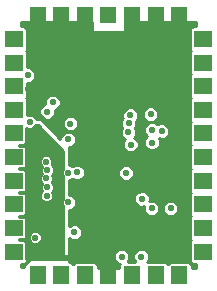
<source format=gbr>
%FSLAX46Y46*%
G04 Gerber Fmt 4.6, Leading zero omitted, Abs format (unit mm)*
G04 Created by KiCad (PCBNEW (2014-jul-16 BZR unknown)-product) date Wed 11 Feb 2015 12:50:59 PM CET*
%MOMM*%
G01*
G04 APERTURE LIST*
%ADD10C,0.150000*%
%ADD11R,1.500000X1.400000*%
%ADD12R,1.400000X1.500000*%
%ADD13R,1.400000X1.400000*%
%ADD14C,0.558800*%
%ADD15C,0.876300*%
%ADD16C,0.254000*%
%ADD17C,0.508000*%
%ADD18C,0.203200*%
%ADD19C,0.228600*%
G04 APERTURE END LIST*
D10*
D11*
X156184600Y-103777400D03*
X156184600Y-105777400D03*
X156184600Y-107777400D03*
X156184600Y-109777400D03*
X156184600Y-111777400D03*
X156184600Y-113777400D03*
X156184600Y-115777400D03*
X156184600Y-117777400D03*
X156184600Y-119777400D03*
X156184600Y-121777400D03*
X172180000Y-103781400D03*
X172180000Y-105781400D03*
X172180000Y-107781400D03*
X172180000Y-109781400D03*
X172180000Y-111781400D03*
X172180000Y-113781400D03*
X172180000Y-115781400D03*
X172180000Y-117781400D03*
X172180000Y-119781400D03*
X172180000Y-121781400D03*
D12*
X158181400Y-123780000D03*
X160181400Y-123780000D03*
X162181400Y-123780000D03*
X164181400Y-123780000D03*
X166181400Y-123780000D03*
X168181400Y-123780000D03*
X170181400Y-123780000D03*
D13*
X158181400Y-101780000D03*
X160181400Y-101780000D03*
X162181400Y-101780000D03*
X164181400Y-101780000D03*
X166181400Y-101780000D03*
X168181400Y-101780000D03*
X170181400Y-101780000D03*
D14*
X160770000Y-112280000D03*
X165300000Y-122220000D03*
X167000000Y-117310000D03*
X165670000Y-115120000D03*
X158950000Y-117070000D03*
X159010000Y-116340000D03*
X158910000Y-115590000D03*
X159000000Y-114880000D03*
X158890000Y-114180000D03*
X159000000Y-109940000D03*
X166020000Y-110230000D03*
X167750000Y-110150000D03*
X159470000Y-109150000D03*
X165880000Y-110920000D03*
X165870000Y-111680000D03*
X157340000Y-106840000D03*
X167870000Y-111480000D03*
X166070000Y-112720000D03*
X167860000Y-112560000D03*
X160950000Y-110950000D03*
D15*
X163620000Y-121460000D03*
D14*
X163210000Y-119050000D03*
X157860000Y-122320000D03*
X159140000Y-108440000D03*
X157380000Y-107980000D03*
X158170000Y-117150000D03*
X157360000Y-119660000D03*
X166150000Y-122510000D03*
X156920000Y-102530000D03*
X171440000Y-102500000D03*
X170900000Y-120790000D03*
X171430000Y-123050000D03*
X156940000Y-123040000D03*
X157400000Y-112390000D03*
D15*
X158950000Y-105738100D03*
X160430000Y-105740700D03*
D14*
X169260000Y-107040000D03*
X169470000Y-108580000D03*
D15*
X167040000Y-104890000D03*
D14*
X169360000Y-105340000D03*
X166230000Y-119619300D03*
X167830000Y-119619300D03*
X169440000Y-119619300D03*
X168740000Y-114890000D03*
X169530000Y-111460000D03*
X165540000Y-105760000D03*
X166380000Y-106460000D03*
X165550000Y-106450000D03*
X166380000Y-105790000D03*
D15*
X163890000Y-106450240D03*
D14*
X161400000Y-106430000D03*
X162280000Y-106440000D03*
X161931720Y-112470000D03*
X163410000Y-112470000D03*
X164888280Y-112470000D03*
X164888280Y-113948280D03*
X163410000Y-113948280D03*
X161931720Y-113948280D03*
X163410000Y-110991720D03*
X164888280Y-110991720D03*
X162110000Y-111140000D03*
D15*
X170180000Y-103770000D03*
X168180000Y-103760000D03*
X166180000Y-103770000D03*
X158180000Y-103770000D03*
X160180000Y-103770000D03*
X162190000Y-103770000D03*
X164820000Y-104900000D03*
X169240000Y-121860000D03*
D14*
X159150000Y-112370000D03*
X157500000Y-110850000D03*
X157970000Y-120610000D03*
X166950000Y-122210000D03*
X167830000Y-118120700D03*
X169440000Y-118120700D03*
X168670700Y-111580000D03*
X160760000Y-115090000D03*
X160770000Y-117610000D03*
X161520000Y-115080000D03*
X161280000Y-120140000D03*
D16*
X163640000Y-122310000D02*
X163640000Y-121480000D01*
X163640000Y-121480000D02*
X163620000Y-121460000D01*
X164181400Y-122771400D02*
X163720000Y-122310000D01*
X163720000Y-122310000D02*
X163640000Y-122310000D01*
X164181400Y-123780000D02*
X164181400Y-122771400D01*
D17*
X157860000Y-122320000D02*
X162760000Y-122320000D01*
D16*
X163620000Y-121460000D02*
X163620000Y-121220000D01*
X163210000Y-120810000D02*
X163210000Y-119050000D01*
X163620000Y-121220000D02*
X163210000Y-120810000D01*
D17*
X162760000Y-122320000D02*
X163620000Y-121460000D01*
D16*
X158950000Y-107550000D02*
X158950000Y-108250000D01*
X158950000Y-108250000D02*
X159140000Y-108440000D01*
D18*
X158950000Y-105738100D02*
X158950000Y-107550000D01*
X158950000Y-107550000D02*
X158950000Y-107700000D01*
X158670000Y-107980000D02*
X157380000Y-107980000D01*
X158950000Y-107700000D02*
X158670000Y-107980000D01*
D16*
X158170000Y-117150000D02*
X158170000Y-119190000D01*
X157700000Y-119660000D02*
X157360000Y-119660000D01*
X158170000Y-119190000D02*
X157700000Y-119660000D01*
X166230000Y-119619300D02*
X166230000Y-122430000D01*
X166230000Y-122430000D02*
X166150000Y-122510000D01*
X158181400Y-102820000D02*
X157210000Y-102820000D01*
X157210000Y-102820000D02*
X156920000Y-102530000D01*
X170181400Y-102600000D02*
X171340000Y-102600000D01*
X171340000Y-102600000D02*
X171440000Y-102500000D01*
X170900000Y-120790000D02*
X170900000Y-122520000D01*
X170900000Y-122520000D02*
X171430000Y-123050000D01*
X157860000Y-122320000D02*
X157660000Y-122320000D01*
X160020000Y-122310000D02*
X157870000Y-122310000D01*
X157870000Y-122310000D02*
X157860000Y-122320000D01*
X157660000Y-122320000D02*
X156940000Y-123040000D01*
X160020000Y-122310000D02*
X159990000Y-122310000D01*
D17*
X170181400Y-103768600D02*
X170180000Y-103770000D01*
X170181400Y-101780000D02*
X170181400Y-102600000D01*
X170181400Y-102600000D02*
X170181400Y-103768600D01*
X168181400Y-103758600D02*
X168180000Y-103760000D01*
X168181400Y-101780000D02*
X168181400Y-103758600D01*
X166181400Y-103768600D02*
X166180000Y-103770000D01*
X166181400Y-101780000D02*
X166181400Y-103768600D01*
X158181400Y-103768600D02*
X158180000Y-103770000D01*
X158181400Y-101780000D02*
X158181400Y-102820000D01*
X158181400Y-102820000D02*
X158181400Y-103768600D01*
X160181400Y-103768600D02*
X160180000Y-103770000D01*
X160181400Y-101780000D02*
X160181400Y-103768600D01*
X162181400Y-103761400D02*
X162190000Y-103770000D01*
X162181400Y-101780000D02*
X162181400Y-103761400D01*
D16*
X169440000Y-121660000D02*
X169240000Y-121860000D01*
X169440000Y-119619300D02*
X169440000Y-121660000D01*
D19*
G36*
X160365700Y-122435700D02*
X159556195Y-122435700D01*
X159556195Y-116231851D01*
X159473231Y-116031063D01*
X159357389Y-115915019D01*
X159372691Y-115899745D01*
X159456005Y-115699103D01*
X159456195Y-115481851D01*
X159373231Y-115281063D01*
X159372224Y-115280054D01*
X159462691Y-115189745D01*
X159546005Y-114989103D01*
X159546195Y-114771851D01*
X159463231Y-114571063D01*
X159361317Y-114468971D01*
X159436005Y-114289103D01*
X159436195Y-114071851D01*
X159353231Y-113871063D01*
X159199745Y-113717309D01*
X158999103Y-113633995D01*
X158781851Y-113633805D01*
X158581063Y-113716769D01*
X158427309Y-113870255D01*
X158343995Y-114070897D01*
X158343805Y-114288149D01*
X158426769Y-114488937D01*
X158528682Y-114591028D01*
X158453995Y-114770897D01*
X158453805Y-114988149D01*
X158536769Y-115188937D01*
X158537775Y-115189945D01*
X158447309Y-115280255D01*
X158363995Y-115480897D01*
X158363805Y-115698149D01*
X158446769Y-115898937D01*
X158562610Y-116014980D01*
X158547309Y-116030255D01*
X158463995Y-116230897D01*
X158463805Y-116448149D01*
X158546769Y-116648937D01*
X158572749Y-116674963D01*
X158487309Y-116760255D01*
X158403995Y-116960897D01*
X158403805Y-117178149D01*
X158486769Y-117378937D01*
X158640255Y-117532691D01*
X158840897Y-117616005D01*
X159058149Y-117616195D01*
X159258937Y-117533231D01*
X159412691Y-117379745D01*
X159496005Y-117179103D01*
X159496195Y-116961851D01*
X159413231Y-116761063D01*
X159387250Y-116735036D01*
X159472691Y-116649745D01*
X159556005Y-116449103D01*
X159556195Y-116231851D01*
X159556195Y-122435700D01*
X158516195Y-122435700D01*
X158516195Y-120501851D01*
X158433231Y-120301063D01*
X158279745Y-120147309D01*
X158079103Y-120063995D01*
X157861851Y-120063805D01*
X157661063Y-120146769D01*
X157507309Y-120300255D01*
X157423995Y-120500897D01*
X157423805Y-120718149D01*
X157506769Y-120918937D01*
X157660255Y-121072691D01*
X157860897Y-121156005D01*
X158078149Y-121156195D01*
X158278937Y-121073231D01*
X158432691Y-120919745D01*
X158516005Y-120719103D01*
X158516195Y-120501851D01*
X158516195Y-122435700D01*
X157201300Y-122435700D01*
X157201300Y-122424350D01*
X157201300Y-121024350D01*
X157160697Y-120926327D01*
X157085673Y-120851303D01*
X156987650Y-120810700D01*
X156881550Y-120810700D01*
X156627200Y-120810700D01*
X156627200Y-120744100D01*
X156987650Y-120744100D01*
X157085673Y-120703497D01*
X157160697Y-120628473D01*
X157201300Y-120530450D01*
X157201300Y-120424350D01*
X157201300Y-119024350D01*
X157160697Y-118926327D01*
X157085673Y-118851303D01*
X156987650Y-118810700D01*
X156881550Y-118810700D01*
X156627200Y-118810700D01*
X156627200Y-118744100D01*
X156987650Y-118744100D01*
X157085673Y-118703497D01*
X157160697Y-118628473D01*
X157201300Y-118530450D01*
X157201300Y-118424350D01*
X157201300Y-117024350D01*
X157160697Y-116926327D01*
X157085673Y-116851303D01*
X156987650Y-116810700D01*
X156881550Y-116810700D01*
X156627200Y-116810700D01*
X156627200Y-116744100D01*
X156987650Y-116744100D01*
X157085673Y-116703497D01*
X157160697Y-116628473D01*
X157201300Y-116530450D01*
X157201300Y-116424350D01*
X157201300Y-115024350D01*
X157160697Y-114926327D01*
X157085673Y-114851303D01*
X156987650Y-114810700D01*
X156881550Y-114810700D01*
X156627200Y-114810700D01*
X156627200Y-114744100D01*
X156987650Y-114744100D01*
X157085673Y-114703497D01*
X157160697Y-114628473D01*
X157201300Y-114530450D01*
X157201300Y-114424350D01*
X157201300Y-113024350D01*
X157160697Y-112926327D01*
X157085673Y-112851303D01*
X156987650Y-112810700D01*
X156881550Y-112810700D01*
X156627200Y-112810700D01*
X156627200Y-112744100D01*
X156987650Y-112744100D01*
X157085673Y-112703497D01*
X157160697Y-112628473D01*
X157201300Y-112530450D01*
X157201300Y-112424350D01*
X157201300Y-111317277D01*
X157390897Y-111396005D01*
X157608149Y-111396195D01*
X157808937Y-111313231D01*
X157962691Y-111159745D01*
X158002323Y-111064300D01*
X158182655Y-111064300D01*
X160365700Y-113247345D01*
X160365700Y-114711983D01*
X160297309Y-114780255D01*
X160213995Y-114980897D01*
X160213805Y-115198149D01*
X160296769Y-115398937D01*
X160365700Y-115467988D01*
X160365700Y-117241965D01*
X160307309Y-117300255D01*
X160223995Y-117500897D01*
X160223805Y-117718149D01*
X160306769Y-117918937D01*
X160365700Y-117977970D01*
X160365700Y-122435700D01*
X160365700Y-122435700D01*
G37*
X160365700Y-122435700D02*
X159556195Y-122435700D01*
X159556195Y-116231851D01*
X159473231Y-116031063D01*
X159357389Y-115915019D01*
X159372691Y-115899745D01*
X159456005Y-115699103D01*
X159456195Y-115481851D01*
X159373231Y-115281063D01*
X159372224Y-115280054D01*
X159462691Y-115189745D01*
X159546005Y-114989103D01*
X159546195Y-114771851D01*
X159463231Y-114571063D01*
X159361317Y-114468971D01*
X159436005Y-114289103D01*
X159436195Y-114071851D01*
X159353231Y-113871063D01*
X159199745Y-113717309D01*
X158999103Y-113633995D01*
X158781851Y-113633805D01*
X158581063Y-113716769D01*
X158427309Y-113870255D01*
X158343995Y-114070897D01*
X158343805Y-114288149D01*
X158426769Y-114488937D01*
X158528682Y-114591028D01*
X158453995Y-114770897D01*
X158453805Y-114988149D01*
X158536769Y-115188937D01*
X158537775Y-115189945D01*
X158447309Y-115280255D01*
X158363995Y-115480897D01*
X158363805Y-115698149D01*
X158446769Y-115898937D01*
X158562610Y-116014980D01*
X158547309Y-116030255D01*
X158463995Y-116230897D01*
X158463805Y-116448149D01*
X158546769Y-116648937D01*
X158572749Y-116674963D01*
X158487309Y-116760255D01*
X158403995Y-116960897D01*
X158403805Y-117178149D01*
X158486769Y-117378937D01*
X158640255Y-117532691D01*
X158840897Y-117616005D01*
X159058149Y-117616195D01*
X159258937Y-117533231D01*
X159412691Y-117379745D01*
X159496005Y-117179103D01*
X159496195Y-116961851D01*
X159413231Y-116761063D01*
X159387250Y-116735036D01*
X159472691Y-116649745D01*
X159556005Y-116449103D01*
X159556195Y-116231851D01*
X159556195Y-122435700D01*
X158516195Y-122435700D01*
X158516195Y-120501851D01*
X158433231Y-120301063D01*
X158279745Y-120147309D01*
X158079103Y-120063995D01*
X157861851Y-120063805D01*
X157661063Y-120146769D01*
X157507309Y-120300255D01*
X157423995Y-120500897D01*
X157423805Y-120718149D01*
X157506769Y-120918937D01*
X157660255Y-121072691D01*
X157860897Y-121156005D01*
X158078149Y-121156195D01*
X158278937Y-121073231D01*
X158432691Y-120919745D01*
X158516005Y-120719103D01*
X158516195Y-120501851D01*
X158516195Y-122435700D01*
X157201300Y-122435700D01*
X157201300Y-122424350D01*
X157201300Y-121024350D01*
X157160697Y-120926327D01*
X157085673Y-120851303D01*
X156987650Y-120810700D01*
X156881550Y-120810700D01*
X156627200Y-120810700D01*
X156627200Y-120744100D01*
X156987650Y-120744100D01*
X157085673Y-120703497D01*
X157160697Y-120628473D01*
X157201300Y-120530450D01*
X157201300Y-120424350D01*
X157201300Y-119024350D01*
X157160697Y-118926327D01*
X157085673Y-118851303D01*
X156987650Y-118810700D01*
X156881550Y-118810700D01*
X156627200Y-118810700D01*
X156627200Y-118744100D01*
X156987650Y-118744100D01*
X157085673Y-118703497D01*
X157160697Y-118628473D01*
X157201300Y-118530450D01*
X157201300Y-118424350D01*
X157201300Y-117024350D01*
X157160697Y-116926327D01*
X157085673Y-116851303D01*
X156987650Y-116810700D01*
X156881550Y-116810700D01*
X156627200Y-116810700D01*
X156627200Y-116744100D01*
X156987650Y-116744100D01*
X157085673Y-116703497D01*
X157160697Y-116628473D01*
X157201300Y-116530450D01*
X157201300Y-116424350D01*
X157201300Y-115024350D01*
X157160697Y-114926327D01*
X157085673Y-114851303D01*
X156987650Y-114810700D01*
X156881550Y-114810700D01*
X156627200Y-114810700D01*
X156627200Y-114744100D01*
X156987650Y-114744100D01*
X157085673Y-114703497D01*
X157160697Y-114628473D01*
X157201300Y-114530450D01*
X157201300Y-114424350D01*
X157201300Y-113024350D01*
X157160697Y-112926327D01*
X157085673Y-112851303D01*
X156987650Y-112810700D01*
X156881550Y-112810700D01*
X156627200Y-112810700D01*
X156627200Y-112744100D01*
X156987650Y-112744100D01*
X157085673Y-112703497D01*
X157160697Y-112628473D01*
X157201300Y-112530450D01*
X157201300Y-112424350D01*
X157201300Y-111317277D01*
X157390897Y-111396005D01*
X157608149Y-111396195D01*
X157808937Y-111313231D01*
X157962691Y-111159745D01*
X158002323Y-111064300D01*
X158182655Y-111064300D01*
X160365700Y-113247345D01*
X160365700Y-114711983D01*
X160297309Y-114780255D01*
X160213995Y-114980897D01*
X160213805Y-115198149D01*
X160296769Y-115398937D01*
X160365700Y-115467988D01*
X160365700Y-117241965D01*
X160307309Y-117300255D01*
X160223995Y-117500897D01*
X160223805Y-117718149D01*
X160306769Y-117918937D01*
X160365700Y-117977970D01*
X160365700Y-122435700D01*
D16*
G36*
X171598500Y-123208500D02*
X171262400Y-123208500D01*
X171262400Y-122954214D01*
X171204396Y-122814180D01*
X171097219Y-122707004D01*
X170957185Y-122649000D01*
X170805614Y-122649000D01*
X170100514Y-122649000D01*
X170100514Y-117989915D01*
X170000186Y-117747102D01*
X169814575Y-117561167D01*
X169571938Y-117460415D01*
X169331214Y-117460205D01*
X169331214Y-111449215D01*
X169230886Y-111206402D01*
X169045275Y-111020467D01*
X168802638Y-110919715D01*
X168539915Y-110919486D01*
X168410514Y-110972953D01*
X168410514Y-110019215D01*
X168310186Y-109776402D01*
X168124575Y-109590467D01*
X167881938Y-109489715D01*
X167619215Y-109489486D01*
X167376402Y-109589814D01*
X167190467Y-109775425D01*
X167089715Y-110018062D01*
X167089486Y-110280785D01*
X167189814Y-110523598D01*
X167375425Y-110709533D01*
X167618062Y-110810285D01*
X167880785Y-110810514D01*
X168123598Y-110710186D01*
X168309533Y-110524575D01*
X168410285Y-110281938D01*
X168410514Y-110019215D01*
X168410514Y-110972953D01*
X168330127Y-111006168D01*
X168244575Y-110920467D01*
X168001938Y-110819715D01*
X167739215Y-110819486D01*
X167496402Y-110919814D01*
X167310467Y-111105425D01*
X167209715Y-111348062D01*
X167209486Y-111610785D01*
X167309814Y-111853598D01*
X167471061Y-112015127D01*
X167300467Y-112185425D01*
X167199715Y-112428062D01*
X167199486Y-112690785D01*
X167299814Y-112933598D01*
X167485425Y-113119533D01*
X167728062Y-113220285D01*
X167990785Y-113220514D01*
X168233598Y-113120186D01*
X168419533Y-112934575D01*
X168520285Y-112691938D01*
X168520514Y-112429215D01*
X168422503Y-112192009D01*
X168538762Y-112240285D01*
X168801485Y-112240514D01*
X169044298Y-112140186D01*
X169230233Y-111954575D01*
X169330985Y-111711938D01*
X169331214Y-111449215D01*
X169331214Y-117460205D01*
X169309215Y-117460186D01*
X169066402Y-117560514D01*
X168880467Y-117746125D01*
X168779715Y-117988762D01*
X168779486Y-118251485D01*
X168879814Y-118494298D01*
X169065425Y-118680233D01*
X169308062Y-118780985D01*
X169570785Y-118781214D01*
X169813598Y-118680886D01*
X169999533Y-118495275D01*
X170100285Y-118252638D01*
X170100514Y-117989915D01*
X170100514Y-122649000D01*
X169405614Y-122649000D01*
X169265580Y-122707004D01*
X169181400Y-122791184D01*
X169097219Y-122707004D01*
X168957185Y-122649000D01*
X168805614Y-122649000D01*
X168490514Y-122649000D01*
X168490514Y-117989915D01*
X168390186Y-117747102D01*
X168204575Y-117561167D01*
X167961938Y-117460415D01*
X167699215Y-117460186D01*
X167643075Y-117483382D01*
X167660285Y-117441938D01*
X167660514Y-117179215D01*
X167560186Y-116936402D01*
X167374575Y-116750467D01*
X167131938Y-116649715D01*
X166869215Y-116649486D01*
X166730514Y-116706795D01*
X166730514Y-112589215D01*
X166630186Y-112346402D01*
X166444575Y-112160467D01*
X166359036Y-112124948D01*
X166429533Y-112054575D01*
X166530285Y-111811938D01*
X166530514Y-111549215D01*
X166430186Y-111306402D01*
X166428937Y-111305151D01*
X166439533Y-111294575D01*
X166540285Y-111051938D01*
X166540514Y-110789215D01*
X166497895Y-110686070D01*
X166579533Y-110604575D01*
X166680285Y-110361938D01*
X166680514Y-110099215D01*
X166580186Y-109856402D01*
X166394575Y-109670467D01*
X166151938Y-109569715D01*
X165889215Y-109569486D01*
X165646402Y-109669814D01*
X165460467Y-109855425D01*
X165359715Y-110098062D01*
X165359486Y-110360785D01*
X165402104Y-110463929D01*
X165320467Y-110545425D01*
X165219715Y-110788062D01*
X165219486Y-111050785D01*
X165319814Y-111293598D01*
X165321062Y-111294848D01*
X165310467Y-111305425D01*
X165209715Y-111548062D01*
X165209486Y-111810785D01*
X165309814Y-112053598D01*
X165495425Y-112239533D01*
X165580963Y-112275051D01*
X165510467Y-112345425D01*
X165409715Y-112588062D01*
X165409486Y-112850785D01*
X165509814Y-113093598D01*
X165695425Y-113279533D01*
X165938062Y-113380285D01*
X166200785Y-113380514D01*
X166443598Y-113280186D01*
X166629533Y-113094575D01*
X166730285Y-112851938D01*
X166730514Y-112589215D01*
X166730514Y-116706795D01*
X166626402Y-116749814D01*
X166440467Y-116935425D01*
X166339715Y-117178062D01*
X166339486Y-117440785D01*
X166439814Y-117683598D01*
X166625425Y-117869533D01*
X166868062Y-117970285D01*
X167130785Y-117970514D01*
X167186924Y-117947317D01*
X167169715Y-117988762D01*
X167169486Y-118251485D01*
X167269814Y-118494298D01*
X167455425Y-118680233D01*
X167698062Y-118780985D01*
X167960785Y-118781214D01*
X168203598Y-118680886D01*
X168389533Y-118495275D01*
X168490285Y-118252638D01*
X168490514Y-117989915D01*
X168490514Y-122649000D01*
X167444995Y-122649000D01*
X167509533Y-122584575D01*
X167610285Y-122341938D01*
X167610514Y-122079215D01*
X167510186Y-121836402D01*
X167324575Y-121650467D01*
X167081938Y-121549715D01*
X166819215Y-121549486D01*
X166576402Y-121649814D01*
X166390467Y-121835425D01*
X166330514Y-121979807D01*
X166330514Y-114989215D01*
X166230186Y-114746402D01*
X166044575Y-114560467D01*
X165801938Y-114459715D01*
X165539215Y-114459486D01*
X165296402Y-114559814D01*
X165110467Y-114745425D01*
X165009715Y-114988062D01*
X165009486Y-115250785D01*
X165109814Y-115493598D01*
X165295425Y-115679533D01*
X165538062Y-115780285D01*
X165800785Y-115780514D01*
X166043598Y-115680186D01*
X166229533Y-115494575D01*
X166330285Y-115251938D01*
X166330514Y-114989215D01*
X166330514Y-121979807D01*
X166289715Y-122078062D01*
X166289486Y-122340785D01*
X166389814Y-122583598D01*
X166455102Y-122649000D01*
X165805012Y-122649000D01*
X165859533Y-122594575D01*
X165960285Y-122351938D01*
X165960514Y-122089215D01*
X165860186Y-121846402D01*
X165674575Y-121660467D01*
X165431938Y-121559715D01*
X165169215Y-121559486D01*
X164926402Y-121659814D01*
X164740467Y-121845425D01*
X164639715Y-122088062D01*
X164639486Y-122350785D01*
X164739814Y-122593598D01*
X164925425Y-122779533D01*
X165136458Y-122867162D01*
X165100400Y-122954215D01*
X165100400Y-123105786D01*
X165100400Y-123208500D01*
X163262400Y-123208500D01*
X163262400Y-122954214D01*
X163204396Y-122814180D01*
X163097219Y-122707004D01*
X162957185Y-122649000D01*
X162805614Y-122649000D01*
X161405614Y-122649000D01*
X161265580Y-122707004D01*
X161181400Y-122791184D01*
X161097219Y-122707004D01*
X160957185Y-122649000D01*
X160837000Y-122649000D01*
X160837000Y-120630988D01*
X160905425Y-120699533D01*
X161148062Y-120800285D01*
X161410785Y-120800514D01*
X161653598Y-120700186D01*
X161839533Y-120514575D01*
X161940285Y-120271938D01*
X161940514Y-120009215D01*
X161840186Y-119766402D01*
X161654575Y-119580467D01*
X161411938Y-119479715D01*
X161149215Y-119479486D01*
X160906402Y-119579814D01*
X160837000Y-119649095D01*
X160837000Y-118270458D01*
X160900785Y-118270514D01*
X161143598Y-118170186D01*
X161329533Y-117984575D01*
X161430285Y-117741938D01*
X161430514Y-117479215D01*
X161330186Y-117236402D01*
X161144575Y-117050467D01*
X160901938Y-116949715D01*
X160837000Y-116949658D01*
X160837000Y-115750467D01*
X160890785Y-115750514D01*
X161133598Y-115650186D01*
X161144848Y-115638955D01*
X161145425Y-115639533D01*
X161388062Y-115740285D01*
X161650785Y-115740514D01*
X161893598Y-115640186D01*
X162079533Y-115454575D01*
X162180285Y-115211938D01*
X162180514Y-114949215D01*
X162080186Y-114706402D01*
X161894575Y-114520467D01*
X161651938Y-114419715D01*
X161610514Y-114419678D01*
X161610514Y-110819215D01*
X161510186Y-110576402D01*
X161324575Y-110390467D01*
X161081938Y-110289715D01*
X160819215Y-110289486D01*
X160576402Y-110389814D01*
X160390467Y-110575425D01*
X160289715Y-110818062D01*
X160289486Y-111080785D01*
X160389814Y-111323598D01*
X160575425Y-111509533D01*
X160818062Y-111610285D01*
X161080785Y-111610514D01*
X161323598Y-111510186D01*
X161509533Y-111324575D01*
X161610285Y-111081938D01*
X161610514Y-110819215D01*
X161610514Y-114419678D01*
X161389215Y-114419486D01*
X161146402Y-114519814D01*
X161135151Y-114531044D01*
X161134575Y-114530467D01*
X160891938Y-114429715D01*
X160837000Y-114429667D01*
X160837000Y-112957395D01*
X160820048Y-112940443D01*
X160900785Y-112940514D01*
X161143598Y-112840186D01*
X161329533Y-112654575D01*
X161430285Y-112411938D01*
X161430514Y-112149215D01*
X161330186Y-111906402D01*
X161144575Y-111720467D01*
X160901938Y-111619715D01*
X160639215Y-111619486D01*
X160396402Y-111719814D01*
X160210467Y-111905425D01*
X160130514Y-112097972D01*
X160130514Y-109019215D01*
X160030186Y-108776402D01*
X159844575Y-108590467D01*
X159601938Y-108489715D01*
X159339215Y-108489486D01*
X159096402Y-108589814D01*
X158910467Y-108775425D01*
X158809715Y-109018062D01*
X158809486Y-109280785D01*
X158817737Y-109300755D01*
X158626402Y-109379814D01*
X158440467Y-109565425D01*
X158339715Y-109808062D01*
X158339486Y-110070785D01*
X158439814Y-110313598D01*
X158625425Y-110499533D01*
X158868062Y-110600285D01*
X159130785Y-110600514D01*
X159373598Y-110500186D01*
X159559533Y-110314575D01*
X159660285Y-110071938D01*
X159660514Y-109809215D01*
X159652262Y-109789244D01*
X159843598Y-109710186D01*
X160029533Y-109524575D01*
X160130285Y-109281938D01*
X160130514Y-109019215D01*
X160130514Y-112097972D01*
X160109715Y-112148062D01*
X160109643Y-112230038D01*
X158462605Y-110583000D01*
X158104231Y-110583000D01*
X158060186Y-110476402D01*
X157874575Y-110290467D01*
X157631938Y-110189715D01*
X157369215Y-110189486D01*
X157315600Y-110211639D01*
X157315600Y-109001614D01*
X157257596Y-108861580D01*
X157173415Y-108777400D01*
X157257596Y-108693219D01*
X157315600Y-108553185D01*
X157315600Y-108401614D01*
X157315600Y-107500378D01*
X157470785Y-107500514D01*
X157713598Y-107400186D01*
X157899533Y-107214575D01*
X158000285Y-106971938D01*
X158000514Y-106709215D01*
X157900186Y-106466402D01*
X157714575Y-106280467D01*
X157471938Y-106179715D01*
X157315600Y-106179578D01*
X157315600Y-105001614D01*
X157257596Y-104861580D01*
X157173415Y-104777400D01*
X157257596Y-104693219D01*
X157315600Y-104553185D01*
X157315600Y-104401614D01*
X157315600Y-103001614D01*
X157257596Y-102861580D01*
X157150419Y-102754404D01*
X157010385Y-102696400D01*
X156858814Y-102696400D01*
X156741500Y-102696400D01*
X156741500Y-102351500D01*
X162767460Y-102351500D01*
X162773988Y-103187000D01*
X165597000Y-103187000D01*
X165597000Y-102351500D01*
X171598500Y-102351500D01*
X171598500Y-102700400D01*
X171354214Y-102700400D01*
X171214180Y-102758404D01*
X171107004Y-102865581D01*
X171049000Y-103005615D01*
X171049000Y-103157186D01*
X171049000Y-104557186D01*
X171107004Y-104697220D01*
X171191184Y-104781399D01*
X171107004Y-104865581D01*
X171049000Y-105005615D01*
X171049000Y-105157186D01*
X171049000Y-106557186D01*
X171107004Y-106697220D01*
X171191184Y-106781399D01*
X171107004Y-106865581D01*
X171049000Y-107005615D01*
X171049000Y-107157186D01*
X171049000Y-108557186D01*
X171107004Y-108697220D01*
X171191184Y-108781399D01*
X171107004Y-108865581D01*
X171049000Y-109005615D01*
X171049000Y-109157186D01*
X171049000Y-110557186D01*
X171107004Y-110697220D01*
X171191184Y-110781399D01*
X171107004Y-110865581D01*
X171049000Y-111005615D01*
X171049000Y-111157186D01*
X171049000Y-112557186D01*
X171107004Y-112697220D01*
X171191184Y-112781399D01*
X171107004Y-112865581D01*
X171049000Y-113005615D01*
X171049000Y-113157186D01*
X171049000Y-114557186D01*
X171107004Y-114697220D01*
X171191184Y-114781399D01*
X171107004Y-114865581D01*
X171049000Y-115005615D01*
X171049000Y-115157186D01*
X171049000Y-116557186D01*
X171107004Y-116697220D01*
X171191184Y-116781399D01*
X171107004Y-116865581D01*
X171049000Y-117005615D01*
X171049000Y-117157186D01*
X171049000Y-118557186D01*
X171107004Y-118697220D01*
X171191184Y-118781399D01*
X171107004Y-118865581D01*
X171049000Y-119005615D01*
X171049000Y-119157186D01*
X171049000Y-120557186D01*
X171107004Y-120697220D01*
X171191184Y-120781399D01*
X171107004Y-120865581D01*
X171049000Y-121005615D01*
X171049000Y-121157186D01*
X171049000Y-122557186D01*
X171107004Y-122697220D01*
X171214181Y-122804396D01*
X171354215Y-122862400D01*
X171505786Y-122862400D01*
X171598500Y-122862400D01*
X171598500Y-123208500D01*
X171598500Y-123208500D01*
G37*
X171598500Y-123208500D02*
X171262400Y-123208500D01*
X171262400Y-122954214D01*
X171204396Y-122814180D01*
X171097219Y-122707004D01*
X170957185Y-122649000D01*
X170805614Y-122649000D01*
X170100514Y-122649000D01*
X170100514Y-117989915D01*
X170000186Y-117747102D01*
X169814575Y-117561167D01*
X169571938Y-117460415D01*
X169331214Y-117460205D01*
X169331214Y-111449215D01*
X169230886Y-111206402D01*
X169045275Y-111020467D01*
X168802638Y-110919715D01*
X168539915Y-110919486D01*
X168410514Y-110972953D01*
X168410514Y-110019215D01*
X168310186Y-109776402D01*
X168124575Y-109590467D01*
X167881938Y-109489715D01*
X167619215Y-109489486D01*
X167376402Y-109589814D01*
X167190467Y-109775425D01*
X167089715Y-110018062D01*
X167089486Y-110280785D01*
X167189814Y-110523598D01*
X167375425Y-110709533D01*
X167618062Y-110810285D01*
X167880785Y-110810514D01*
X168123598Y-110710186D01*
X168309533Y-110524575D01*
X168410285Y-110281938D01*
X168410514Y-110019215D01*
X168410514Y-110972953D01*
X168330127Y-111006168D01*
X168244575Y-110920467D01*
X168001938Y-110819715D01*
X167739215Y-110819486D01*
X167496402Y-110919814D01*
X167310467Y-111105425D01*
X167209715Y-111348062D01*
X167209486Y-111610785D01*
X167309814Y-111853598D01*
X167471061Y-112015127D01*
X167300467Y-112185425D01*
X167199715Y-112428062D01*
X167199486Y-112690785D01*
X167299814Y-112933598D01*
X167485425Y-113119533D01*
X167728062Y-113220285D01*
X167990785Y-113220514D01*
X168233598Y-113120186D01*
X168419533Y-112934575D01*
X168520285Y-112691938D01*
X168520514Y-112429215D01*
X168422503Y-112192009D01*
X168538762Y-112240285D01*
X168801485Y-112240514D01*
X169044298Y-112140186D01*
X169230233Y-111954575D01*
X169330985Y-111711938D01*
X169331214Y-111449215D01*
X169331214Y-117460205D01*
X169309215Y-117460186D01*
X169066402Y-117560514D01*
X168880467Y-117746125D01*
X168779715Y-117988762D01*
X168779486Y-118251485D01*
X168879814Y-118494298D01*
X169065425Y-118680233D01*
X169308062Y-118780985D01*
X169570785Y-118781214D01*
X169813598Y-118680886D01*
X169999533Y-118495275D01*
X170100285Y-118252638D01*
X170100514Y-117989915D01*
X170100514Y-122649000D01*
X169405614Y-122649000D01*
X169265580Y-122707004D01*
X169181400Y-122791184D01*
X169097219Y-122707004D01*
X168957185Y-122649000D01*
X168805614Y-122649000D01*
X168490514Y-122649000D01*
X168490514Y-117989915D01*
X168390186Y-117747102D01*
X168204575Y-117561167D01*
X167961938Y-117460415D01*
X167699215Y-117460186D01*
X167643075Y-117483382D01*
X167660285Y-117441938D01*
X167660514Y-117179215D01*
X167560186Y-116936402D01*
X167374575Y-116750467D01*
X167131938Y-116649715D01*
X166869215Y-116649486D01*
X166730514Y-116706795D01*
X166730514Y-112589215D01*
X166630186Y-112346402D01*
X166444575Y-112160467D01*
X166359036Y-112124948D01*
X166429533Y-112054575D01*
X166530285Y-111811938D01*
X166530514Y-111549215D01*
X166430186Y-111306402D01*
X166428937Y-111305151D01*
X166439533Y-111294575D01*
X166540285Y-111051938D01*
X166540514Y-110789215D01*
X166497895Y-110686070D01*
X166579533Y-110604575D01*
X166680285Y-110361938D01*
X166680514Y-110099215D01*
X166580186Y-109856402D01*
X166394575Y-109670467D01*
X166151938Y-109569715D01*
X165889215Y-109569486D01*
X165646402Y-109669814D01*
X165460467Y-109855425D01*
X165359715Y-110098062D01*
X165359486Y-110360785D01*
X165402104Y-110463929D01*
X165320467Y-110545425D01*
X165219715Y-110788062D01*
X165219486Y-111050785D01*
X165319814Y-111293598D01*
X165321062Y-111294848D01*
X165310467Y-111305425D01*
X165209715Y-111548062D01*
X165209486Y-111810785D01*
X165309814Y-112053598D01*
X165495425Y-112239533D01*
X165580963Y-112275051D01*
X165510467Y-112345425D01*
X165409715Y-112588062D01*
X165409486Y-112850785D01*
X165509814Y-113093598D01*
X165695425Y-113279533D01*
X165938062Y-113380285D01*
X166200785Y-113380514D01*
X166443598Y-113280186D01*
X166629533Y-113094575D01*
X166730285Y-112851938D01*
X166730514Y-112589215D01*
X166730514Y-116706795D01*
X166626402Y-116749814D01*
X166440467Y-116935425D01*
X166339715Y-117178062D01*
X166339486Y-117440785D01*
X166439814Y-117683598D01*
X166625425Y-117869533D01*
X166868062Y-117970285D01*
X167130785Y-117970514D01*
X167186924Y-117947317D01*
X167169715Y-117988762D01*
X167169486Y-118251485D01*
X167269814Y-118494298D01*
X167455425Y-118680233D01*
X167698062Y-118780985D01*
X167960785Y-118781214D01*
X168203598Y-118680886D01*
X168389533Y-118495275D01*
X168490285Y-118252638D01*
X168490514Y-117989915D01*
X168490514Y-122649000D01*
X167444995Y-122649000D01*
X167509533Y-122584575D01*
X167610285Y-122341938D01*
X167610514Y-122079215D01*
X167510186Y-121836402D01*
X167324575Y-121650467D01*
X167081938Y-121549715D01*
X166819215Y-121549486D01*
X166576402Y-121649814D01*
X166390467Y-121835425D01*
X166330514Y-121979807D01*
X166330514Y-114989215D01*
X166230186Y-114746402D01*
X166044575Y-114560467D01*
X165801938Y-114459715D01*
X165539215Y-114459486D01*
X165296402Y-114559814D01*
X165110467Y-114745425D01*
X165009715Y-114988062D01*
X165009486Y-115250785D01*
X165109814Y-115493598D01*
X165295425Y-115679533D01*
X165538062Y-115780285D01*
X165800785Y-115780514D01*
X166043598Y-115680186D01*
X166229533Y-115494575D01*
X166330285Y-115251938D01*
X166330514Y-114989215D01*
X166330514Y-121979807D01*
X166289715Y-122078062D01*
X166289486Y-122340785D01*
X166389814Y-122583598D01*
X166455102Y-122649000D01*
X165805012Y-122649000D01*
X165859533Y-122594575D01*
X165960285Y-122351938D01*
X165960514Y-122089215D01*
X165860186Y-121846402D01*
X165674575Y-121660467D01*
X165431938Y-121559715D01*
X165169215Y-121559486D01*
X164926402Y-121659814D01*
X164740467Y-121845425D01*
X164639715Y-122088062D01*
X164639486Y-122350785D01*
X164739814Y-122593598D01*
X164925425Y-122779533D01*
X165136458Y-122867162D01*
X165100400Y-122954215D01*
X165100400Y-123105786D01*
X165100400Y-123208500D01*
X163262400Y-123208500D01*
X163262400Y-122954214D01*
X163204396Y-122814180D01*
X163097219Y-122707004D01*
X162957185Y-122649000D01*
X162805614Y-122649000D01*
X161405614Y-122649000D01*
X161265580Y-122707004D01*
X161181400Y-122791184D01*
X161097219Y-122707004D01*
X160957185Y-122649000D01*
X160837000Y-122649000D01*
X160837000Y-120630988D01*
X160905425Y-120699533D01*
X161148062Y-120800285D01*
X161410785Y-120800514D01*
X161653598Y-120700186D01*
X161839533Y-120514575D01*
X161940285Y-120271938D01*
X161940514Y-120009215D01*
X161840186Y-119766402D01*
X161654575Y-119580467D01*
X161411938Y-119479715D01*
X161149215Y-119479486D01*
X160906402Y-119579814D01*
X160837000Y-119649095D01*
X160837000Y-118270458D01*
X160900785Y-118270514D01*
X161143598Y-118170186D01*
X161329533Y-117984575D01*
X161430285Y-117741938D01*
X161430514Y-117479215D01*
X161330186Y-117236402D01*
X161144575Y-117050467D01*
X160901938Y-116949715D01*
X160837000Y-116949658D01*
X160837000Y-115750467D01*
X160890785Y-115750514D01*
X161133598Y-115650186D01*
X161144848Y-115638955D01*
X161145425Y-115639533D01*
X161388062Y-115740285D01*
X161650785Y-115740514D01*
X161893598Y-115640186D01*
X162079533Y-115454575D01*
X162180285Y-115211938D01*
X162180514Y-114949215D01*
X162080186Y-114706402D01*
X161894575Y-114520467D01*
X161651938Y-114419715D01*
X161610514Y-114419678D01*
X161610514Y-110819215D01*
X161510186Y-110576402D01*
X161324575Y-110390467D01*
X161081938Y-110289715D01*
X160819215Y-110289486D01*
X160576402Y-110389814D01*
X160390467Y-110575425D01*
X160289715Y-110818062D01*
X160289486Y-111080785D01*
X160389814Y-111323598D01*
X160575425Y-111509533D01*
X160818062Y-111610285D01*
X161080785Y-111610514D01*
X161323598Y-111510186D01*
X161509533Y-111324575D01*
X161610285Y-111081938D01*
X161610514Y-110819215D01*
X161610514Y-114419678D01*
X161389215Y-114419486D01*
X161146402Y-114519814D01*
X161135151Y-114531044D01*
X161134575Y-114530467D01*
X160891938Y-114429715D01*
X160837000Y-114429667D01*
X160837000Y-112957395D01*
X160820048Y-112940443D01*
X160900785Y-112940514D01*
X161143598Y-112840186D01*
X161329533Y-112654575D01*
X161430285Y-112411938D01*
X161430514Y-112149215D01*
X161330186Y-111906402D01*
X161144575Y-111720467D01*
X160901938Y-111619715D01*
X160639215Y-111619486D01*
X160396402Y-111719814D01*
X160210467Y-111905425D01*
X160130514Y-112097972D01*
X160130514Y-109019215D01*
X160030186Y-108776402D01*
X159844575Y-108590467D01*
X159601938Y-108489715D01*
X159339215Y-108489486D01*
X159096402Y-108589814D01*
X158910467Y-108775425D01*
X158809715Y-109018062D01*
X158809486Y-109280785D01*
X158817737Y-109300755D01*
X158626402Y-109379814D01*
X158440467Y-109565425D01*
X158339715Y-109808062D01*
X158339486Y-110070785D01*
X158439814Y-110313598D01*
X158625425Y-110499533D01*
X158868062Y-110600285D01*
X159130785Y-110600514D01*
X159373598Y-110500186D01*
X159559533Y-110314575D01*
X159660285Y-110071938D01*
X159660514Y-109809215D01*
X159652262Y-109789244D01*
X159843598Y-109710186D01*
X160029533Y-109524575D01*
X160130285Y-109281938D01*
X160130514Y-109019215D01*
X160130514Y-112097972D01*
X160109715Y-112148062D01*
X160109643Y-112230038D01*
X158462605Y-110583000D01*
X158104231Y-110583000D01*
X158060186Y-110476402D01*
X157874575Y-110290467D01*
X157631938Y-110189715D01*
X157369215Y-110189486D01*
X157315600Y-110211639D01*
X157315600Y-109001614D01*
X157257596Y-108861580D01*
X157173415Y-108777400D01*
X157257596Y-108693219D01*
X157315600Y-108553185D01*
X157315600Y-108401614D01*
X157315600Y-107500378D01*
X157470785Y-107500514D01*
X157713598Y-107400186D01*
X157899533Y-107214575D01*
X158000285Y-106971938D01*
X158000514Y-106709215D01*
X157900186Y-106466402D01*
X157714575Y-106280467D01*
X157471938Y-106179715D01*
X157315600Y-106179578D01*
X157315600Y-105001614D01*
X157257596Y-104861580D01*
X157173415Y-104777400D01*
X157257596Y-104693219D01*
X157315600Y-104553185D01*
X157315600Y-104401614D01*
X157315600Y-103001614D01*
X157257596Y-102861580D01*
X157150419Y-102754404D01*
X157010385Y-102696400D01*
X156858814Y-102696400D01*
X156741500Y-102696400D01*
X156741500Y-102351500D01*
X162767460Y-102351500D01*
X162773988Y-103187000D01*
X165597000Y-103187000D01*
X165597000Y-102351500D01*
X171598500Y-102351500D01*
X171598500Y-102700400D01*
X171354214Y-102700400D01*
X171214180Y-102758404D01*
X171107004Y-102865581D01*
X171049000Y-103005615D01*
X171049000Y-103157186D01*
X171049000Y-104557186D01*
X171107004Y-104697220D01*
X171191184Y-104781399D01*
X171107004Y-104865581D01*
X171049000Y-105005615D01*
X171049000Y-105157186D01*
X171049000Y-106557186D01*
X171107004Y-106697220D01*
X171191184Y-106781399D01*
X171107004Y-106865581D01*
X171049000Y-107005615D01*
X171049000Y-107157186D01*
X171049000Y-108557186D01*
X171107004Y-108697220D01*
X171191184Y-108781399D01*
X171107004Y-108865581D01*
X171049000Y-109005615D01*
X171049000Y-109157186D01*
X171049000Y-110557186D01*
X171107004Y-110697220D01*
X171191184Y-110781399D01*
X171107004Y-110865581D01*
X171049000Y-111005615D01*
X171049000Y-111157186D01*
X171049000Y-112557186D01*
X171107004Y-112697220D01*
X171191184Y-112781399D01*
X171107004Y-112865581D01*
X171049000Y-113005615D01*
X171049000Y-113157186D01*
X171049000Y-114557186D01*
X171107004Y-114697220D01*
X171191184Y-114781399D01*
X171107004Y-114865581D01*
X171049000Y-115005615D01*
X171049000Y-115157186D01*
X171049000Y-116557186D01*
X171107004Y-116697220D01*
X171191184Y-116781399D01*
X171107004Y-116865581D01*
X171049000Y-117005615D01*
X171049000Y-117157186D01*
X171049000Y-118557186D01*
X171107004Y-118697220D01*
X171191184Y-118781399D01*
X171107004Y-118865581D01*
X171049000Y-119005615D01*
X171049000Y-119157186D01*
X171049000Y-120557186D01*
X171107004Y-120697220D01*
X171191184Y-120781399D01*
X171107004Y-120865581D01*
X171049000Y-121005615D01*
X171049000Y-121157186D01*
X171049000Y-122557186D01*
X171107004Y-122697220D01*
X171214181Y-122804396D01*
X171354215Y-122862400D01*
X171505786Y-122862400D01*
X171598500Y-122862400D01*
X171598500Y-123208500D01*
M02*

</source>
